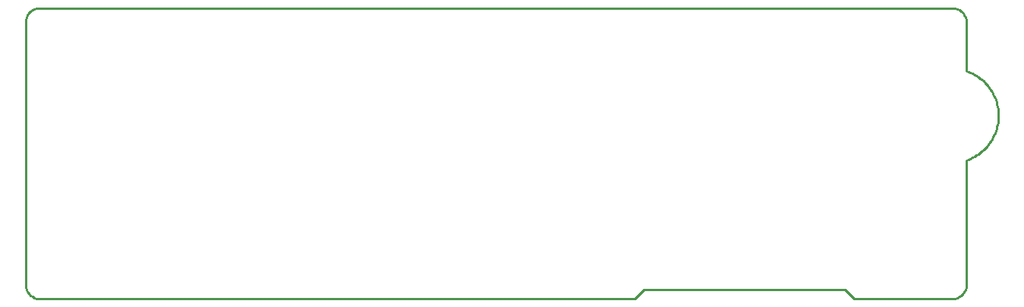
<source format=gm1>
G04*
G04 #@! TF.GenerationSoftware,Altium Limited,Altium Designer,18.1.9 (240)*
G04*
G04 Layer_Color=16711935*
%FSLAX25Y25*%
%MOIN*%
G70*
G01*
G75*
%ADD15C,0.01000*%
D15*
X413386Y122047D02*
X413296Y123073D01*
X413030Y124067D01*
X412595Y125000D01*
X412004Y125843D01*
X411276Y126571D01*
X410433Y127162D01*
X409500Y127597D01*
X408506Y127863D01*
X407480Y127953D01*
Y0D02*
X408506Y90D01*
X409500Y356D01*
X410433Y791D01*
X411276Y1382D01*
X412004Y2110D01*
X412595Y2953D01*
X413030Y3886D01*
X413296Y4880D01*
X413386Y5906D01*
X5906Y127953D02*
X4880Y127863D01*
X3886Y127597D01*
X2953Y127162D01*
X2110Y126571D01*
X1382Y125843D01*
X791Y125000D01*
X356Y124067D01*
X90Y123073D01*
X0Y122047D01*
X0Y5906D02*
X90Y4880D01*
X356Y3886D01*
X791Y2953D01*
X1382Y2110D01*
X2110Y1382D01*
X2953Y791D01*
X3886Y356D01*
X4880Y90D01*
X5906Y0D01*
X413382Y61035D02*
X414316Y61376D01*
X415233Y61761D01*
X416130Y62189D01*
X417005Y62660D01*
X417858Y63173D01*
X418684Y63725D01*
X419483Y64316D01*
X420253Y64946D01*
X420992Y65611D01*
X421698Y66311D01*
X422370Y67043D01*
X423006Y67807D01*
X423605Y68601D01*
X424165Y69422D01*
X424686Y70270D01*
X425165Y71141D01*
X425601Y72034D01*
X425995Y72947D01*
X426344Y73878D01*
X426649Y74824D01*
X426908Y75784D01*
X427120Y76755D01*
X427286Y77736D01*
X427405Y78723D01*
X427476Y79715D01*
X427500Y80709D01*
X427476Y81703D01*
X427405Y82694D01*
X427286Y83681D01*
X427120Y84662D01*
X426908Y85633D01*
X426649Y86593D01*
X426344Y87539D01*
X425995Y88470D01*
X425602Y89383D01*
X425165Y90276D01*
X424686Y91147D01*
X424165Y91995D01*
X423605Y92816D01*
X423007Y93610D01*
X422370Y94374D01*
X421699Y95107D01*
X420992Y95806D01*
X420253Y96472D01*
X419483Y97101D01*
X418684Y97692D01*
X417858Y98245D01*
X417006Y98757D01*
X416130Y99228D01*
X415233Y99656D01*
X414316Y100042D01*
X413382Y100382D01*
X413386Y5906D02*
Y61024D01*
X267717Y0D02*
X271654Y3937D01*
X360236D02*
X364173Y0D01*
X407480D01*
X271654Y3937D02*
X360236D01*
X5906Y127953D02*
X407480D01*
X413386Y100394D02*
Y122047D01*
X0Y5906D02*
Y122047D01*
X5906Y0D02*
X267717D01*
M02*

</source>
